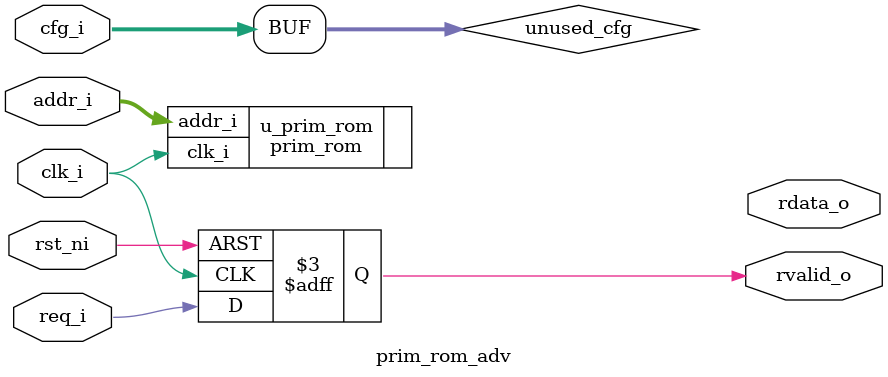
<source format=sv>


module prim_rom_adv #(
  // Parameters passed on the the ROM primitive.
  parameter  int Width       = 32,
  parameter  int Depth       = 2048, // 8kB default
  parameter      MemInitFile = "", // VMEM file to initialize the memory with

  parameter  int CfgW        = 8,     // WTC, RTC, etc

  localparam int Aw          = $clog2(Depth)
) (
  input  logic             clk_i,
  input  logic             rst_ni,
  input  logic             req_i,
  input  logic [Aw-1:0]    addr_i,
  output logic             rvalid_o,
  output logic [Width-1:0] rdata_o,

  input        [CfgW-1:0]  cfg_i
);

  // We will eventually use cfg_i for RTC/WTC or other memory parameters.
  logic [CfgW-1:0] unused_cfg;
  assign unused_cfg = cfg_i;

  prim_rom #(
    .Width(Width),
    .Depth(Depth),
    .MemInitFile(MemInitFile)
  ) u_prim_rom (
    .clk_i,
    .addr_i
  );

  always_ff @(posedge clk_i or negedge rst_ni) begin
    if (!rst_ni) begin
      rvalid_o <= 1'b0;
    end else begin
      rvalid_o <= req_i;
    end
  end

 endmodule : prim_rom_adv

</source>
